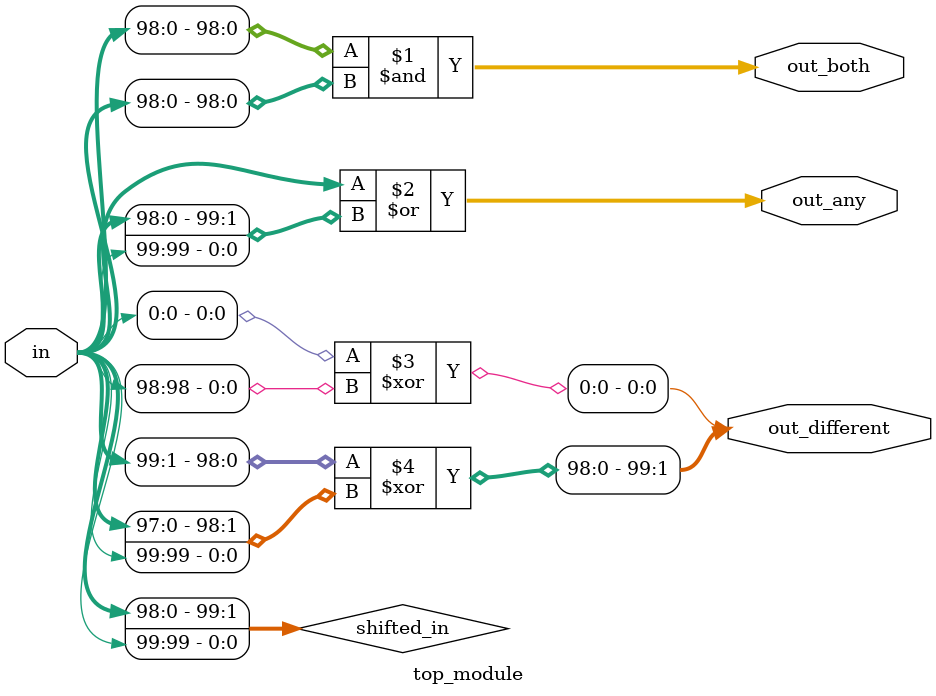
<source format=sv>
module top_module (
    input [99:0] in,
    output [98:0] out_both,
    output [99:0] out_any,
    output [99:0] out_different
);
    
    wire [99:0] shifted_in;
    
    assign shifted_in = {in[98:0], in[99]}; // Shift input signal by one bit
    
    assign out_both = in[98:0] & shifted_in[99:1]; // Bit-wise AND (99 bits)
    assign out_any = in | shifted_in; // Bit-wise OR (100 bits)
    assign out_different[0] = in[0] ^ shifted_in[99]; // First bit out_both XOR between first and last bit
    assign out_different[99:1] = in[99:1] ^ shifted_in[98:0]; // Bit-wise XOR (99 bits for the rest)
    
endmodule

</source>
